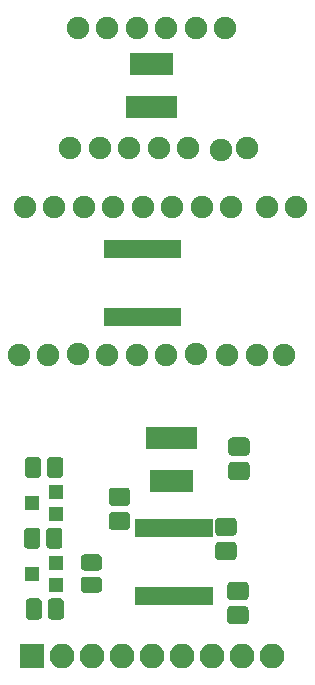
<source format=gts>
G04 #@! TF.GenerationSoftware,KiCad,Pcbnew,(5.0.0)*
G04 #@! TF.CreationDate,2019-07-31T00:08:18+03:00*
G04 #@! TF.ProjectId,ST7789_V_FCP_Board,5354373738395F565F4643505F426F61,rev?*
G04 #@! TF.SameCoordinates,Original*
G04 #@! TF.FileFunction,Soldermask,Top*
G04 #@! TF.FilePolarity,Negative*
%FSLAX46Y46*%
G04 Gerber Fmt 4.6, Leading zero omitted, Abs format (unit mm)*
G04 Created by KiCad (PCBNEW (5.0.0)) date 07/31/19 00:08:18*
%MOMM*%
%LPD*%
G01*
G04 APERTURE LIST*
%ADD10R,0.800000X1.600000*%
%ADD11R,0.700000X1.900000*%
%ADD12C,1.900000*%
%ADD13C,0.100000*%
%ADD14C,1.550000*%
%ADD15C,1.375000*%
%ADD16R,2.100000X2.100000*%
%ADD17O,2.100000X2.100000*%
%ADD18R,1.300000X1.200000*%
G04 APERTURE END LIST*
D10*
G04 #@! TO.C,IC2*
X124231500Y-65477500D03*
X123581500Y-65477500D03*
X122931500Y-65477500D03*
X122281500Y-65477500D03*
X121631500Y-65477500D03*
X120981500Y-65477500D03*
X120331500Y-65477500D03*
X119681500Y-65477500D03*
X119031500Y-65477500D03*
X118381500Y-65477500D03*
X118381500Y-71277500D03*
X119031500Y-71277500D03*
X119681500Y-71277500D03*
X120331500Y-71277500D03*
X120981500Y-71277500D03*
X121631500Y-71277500D03*
X122281500Y-71277500D03*
X122931500Y-71277500D03*
X123581500Y-71277500D03*
X124231500Y-71277500D03*
G04 #@! TD*
D11*
G04 #@! TO.C,U4*
X120295154Y-53485548D03*
X120895154Y-53485548D03*
X121495154Y-53485548D03*
X122095154Y-53485548D03*
X122695154Y-53485548D03*
X123295154Y-53485548D03*
X123895154Y-53485548D03*
X120595154Y-49835548D03*
X121195154Y-49835548D03*
X121795154Y-49835548D03*
X122395154Y-49835548D03*
X122995154Y-49835548D03*
X123595154Y-49835548D03*
G04 #@! TD*
D12*
G04 #@! TO.C,TP4*
X123356000Y-74485000D03*
G04 #@! TD*
G04 #@! TO.C,TP31*
X113856000Y-61985000D03*
G04 #@! TD*
G04 #@! TO.C,TP29*
X118856000Y-61985000D03*
G04 #@! TD*
G04 #@! TO.C,TP32*
X111356000Y-61985000D03*
G04 #@! TD*
G04 #@! TO.C,TP33*
X110856000Y-74485000D03*
G04 #@! TD*
G04 #@! TO.C,TP1*
X133356000Y-74485000D03*
G04 #@! TD*
G04 #@! TO.C,TP2*
X128468999Y-74485000D03*
G04 #@! TD*
G04 #@! TO.C,TP10*
X131856000Y-61985000D03*
G04 #@! TD*
G04 #@! TO.C,TP5*
X120856000Y-74485000D03*
G04 #@! TD*
G04 #@! TO.C,TP6*
X118356000Y-74485000D03*
G04 #@! TD*
G04 #@! TO.C,TP7*
X115856000Y-74381500D03*
G04 #@! TD*
G04 #@! TO.C,TP8*
X113356000Y-74485000D03*
G04 #@! TD*
G04 #@! TO.C,TP28*
X121356000Y-61985000D03*
G04 #@! TD*
G04 #@! TO.C,TP27*
X123856000Y-61985000D03*
G04 #@! TD*
G04 #@! TO.C,TP3*
X125856000Y-74381500D03*
G04 #@! TD*
G04 #@! TO.C,TP30*
X116356000Y-61985000D03*
G04 #@! TD*
G04 #@! TO.C,TP17*
X130219154Y-56989548D03*
G04 #@! TD*
G04 #@! TO.C,TP25*
X128856000Y-61985000D03*
G04 #@! TD*
G04 #@! TO.C,TP23*
X128338154Y-46775548D03*
G04 #@! TD*
G04 #@! TO.C,TP22*
X125838154Y-46775548D03*
G04 #@! TD*
G04 #@! TO.C,TP21*
X123338154Y-46775548D03*
G04 #@! TD*
G04 #@! TO.C,TP20*
X120838154Y-46775548D03*
G04 #@! TD*
G04 #@! TO.C,TP9*
X131018999Y-74485000D03*
G04 #@! TD*
G04 #@! TO.C,TP26*
X126356000Y-61985000D03*
G04 #@! TD*
G04 #@! TO.C,TP16*
X127978153Y-57169047D03*
G04 #@! TD*
G04 #@! TO.C,TP15*
X125219154Y-56989548D03*
G04 #@! TD*
G04 #@! TO.C,TP14*
X122719154Y-56989548D03*
G04 #@! TD*
G04 #@! TO.C,TP13*
X120219154Y-56989548D03*
G04 #@! TD*
G04 #@! TO.C,TP12*
X117719154Y-56989548D03*
G04 #@! TD*
G04 #@! TO.C,TP11*
X115219154Y-56989548D03*
G04 #@! TD*
G04 #@! TO.C,TP19*
X118338154Y-46775548D03*
G04 #@! TD*
G04 #@! TO.C,TP24*
X134356000Y-61985000D03*
G04 #@! TD*
G04 #@! TO.C,TP18*
X115838154Y-46775548D03*
G04 #@! TD*
D11*
G04 #@! TO.C,U1*
X122271000Y-85158000D03*
X122871000Y-85158000D03*
X123471000Y-85158000D03*
X124071000Y-85158000D03*
X124671000Y-85158000D03*
X125271000Y-85158000D03*
X121971000Y-81508000D03*
X122571000Y-81508000D03*
X123171000Y-81508000D03*
X123771000Y-81508000D03*
X124371000Y-81508000D03*
X124971000Y-81508000D03*
X125571000Y-81508000D03*
G04 #@! TD*
D13*
G04 #@! TO.C,C6*
G36*
X130009071Y-93696623D02*
X130041781Y-93701475D01*
X130073857Y-93709509D01*
X130104991Y-93720649D01*
X130134884Y-93734787D01*
X130163247Y-93751787D01*
X130189807Y-93771485D01*
X130214308Y-93793692D01*
X130236515Y-93818193D01*
X130256213Y-93844753D01*
X130273213Y-93873116D01*
X130287351Y-93903009D01*
X130298491Y-93934143D01*
X130306525Y-93966219D01*
X130311377Y-93998929D01*
X130313000Y-94031956D01*
X130313000Y-94908044D01*
X130311377Y-94941071D01*
X130306525Y-94973781D01*
X130298491Y-95005857D01*
X130287351Y-95036991D01*
X130273213Y-95066884D01*
X130256213Y-95095247D01*
X130236515Y-95121807D01*
X130214308Y-95146308D01*
X130189807Y-95168515D01*
X130163247Y-95188213D01*
X130134884Y-95205213D01*
X130104991Y-95219351D01*
X130073857Y-95230491D01*
X130041781Y-95238525D01*
X130009071Y-95243377D01*
X129976044Y-95245000D01*
X128849956Y-95245000D01*
X128816929Y-95243377D01*
X128784219Y-95238525D01*
X128752143Y-95230491D01*
X128721009Y-95219351D01*
X128691116Y-95205213D01*
X128662753Y-95188213D01*
X128636193Y-95168515D01*
X128611692Y-95146308D01*
X128589485Y-95121807D01*
X128569787Y-95095247D01*
X128552787Y-95066884D01*
X128538649Y-95036991D01*
X128527509Y-95005857D01*
X128519475Y-94973781D01*
X128514623Y-94941071D01*
X128513000Y-94908044D01*
X128513000Y-94031956D01*
X128514623Y-93998929D01*
X128519475Y-93966219D01*
X128527509Y-93934143D01*
X128538649Y-93903009D01*
X128552787Y-93873116D01*
X128569787Y-93844753D01*
X128589485Y-93818193D01*
X128611692Y-93793692D01*
X128636193Y-93771485D01*
X128662753Y-93751787D01*
X128691116Y-93734787D01*
X128721009Y-93720649D01*
X128752143Y-93709509D01*
X128784219Y-93701475D01*
X128816929Y-93696623D01*
X128849956Y-93695000D01*
X129976044Y-93695000D01*
X130009071Y-93696623D01*
X130009071Y-93696623D01*
G37*
D14*
X129413000Y-94470000D03*
D13*
G36*
X130009071Y-95746623D02*
X130041781Y-95751475D01*
X130073857Y-95759509D01*
X130104991Y-95770649D01*
X130134884Y-95784787D01*
X130163247Y-95801787D01*
X130189807Y-95821485D01*
X130214308Y-95843692D01*
X130236515Y-95868193D01*
X130256213Y-95894753D01*
X130273213Y-95923116D01*
X130287351Y-95953009D01*
X130298491Y-95984143D01*
X130306525Y-96016219D01*
X130311377Y-96048929D01*
X130313000Y-96081956D01*
X130313000Y-96958044D01*
X130311377Y-96991071D01*
X130306525Y-97023781D01*
X130298491Y-97055857D01*
X130287351Y-97086991D01*
X130273213Y-97116884D01*
X130256213Y-97145247D01*
X130236515Y-97171807D01*
X130214308Y-97196308D01*
X130189807Y-97218515D01*
X130163247Y-97238213D01*
X130134884Y-97255213D01*
X130104991Y-97269351D01*
X130073857Y-97280491D01*
X130041781Y-97288525D01*
X130009071Y-97293377D01*
X129976044Y-97295000D01*
X128849956Y-97295000D01*
X128816929Y-97293377D01*
X128784219Y-97288525D01*
X128752143Y-97280491D01*
X128721009Y-97269351D01*
X128691116Y-97255213D01*
X128662753Y-97238213D01*
X128636193Y-97218515D01*
X128611692Y-97196308D01*
X128589485Y-97171807D01*
X128569787Y-97145247D01*
X128552787Y-97116884D01*
X128538649Y-97086991D01*
X128527509Y-97055857D01*
X128519475Y-97023781D01*
X128514623Y-96991071D01*
X128513000Y-96958044D01*
X128513000Y-96081956D01*
X128514623Y-96048929D01*
X128519475Y-96016219D01*
X128527509Y-95984143D01*
X128538649Y-95953009D01*
X128552787Y-95923116D01*
X128569787Y-95894753D01*
X128589485Y-95868193D01*
X128611692Y-95843692D01*
X128636193Y-95821485D01*
X128662753Y-95801787D01*
X128691116Y-95784787D01*
X128721009Y-95770649D01*
X128752143Y-95759509D01*
X128784219Y-95751475D01*
X128816929Y-95746623D01*
X128849956Y-95745000D01*
X129976044Y-95745000D01*
X130009071Y-95746623D01*
X130009071Y-95746623D01*
G37*
D14*
X129413000Y-96520000D03*
G04 #@! TD*
D13*
G04 #@! TO.C,C5*
G36*
X128993071Y-88253623D02*
X129025781Y-88258475D01*
X129057857Y-88266509D01*
X129088991Y-88277649D01*
X129118884Y-88291787D01*
X129147247Y-88308787D01*
X129173807Y-88328485D01*
X129198308Y-88350692D01*
X129220515Y-88375193D01*
X129240213Y-88401753D01*
X129257213Y-88430116D01*
X129271351Y-88460009D01*
X129282491Y-88491143D01*
X129290525Y-88523219D01*
X129295377Y-88555929D01*
X129297000Y-88588956D01*
X129297000Y-89465044D01*
X129295377Y-89498071D01*
X129290525Y-89530781D01*
X129282491Y-89562857D01*
X129271351Y-89593991D01*
X129257213Y-89623884D01*
X129240213Y-89652247D01*
X129220515Y-89678807D01*
X129198308Y-89703308D01*
X129173807Y-89725515D01*
X129147247Y-89745213D01*
X129118884Y-89762213D01*
X129088991Y-89776351D01*
X129057857Y-89787491D01*
X129025781Y-89795525D01*
X128993071Y-89800377D01*
X128960044Y-89802000D01*
X127833956Y-89802000D01*
X127800929Y-89800377D01*
X127768219Y-89795525D01*
X127736143Y-89787491D01*
X127705009Y-89776351D01*
X127675116Y-89762213D01*
X127646753Y-89745213D01*
X127620193Y-89725515D01*
X127595692Y-89703308D01*
X127573485Y-89678807D01*
X127553787Y-89652247D01*
X127536787Y-89623884D01*
X127522649Y-89593991D01*
X127511509Y-89562857D01*
X127503475Y-89530781D01*
X127498623Y-89498071D01*
X127497000Y-89465044D01*
X127497000Y-88588956D01*
X127498623Y-88555929D01*
X127503475Y-88523219D01*
X127511509Y-88491143D01*
X127522649Y-88460009D01*
X127536787Y-88430116D01*
X127553787Y-88401753D01*
X127573485Y-88375193D01*
X127595692Y-88350692D01*
X127620193Y-88328485D01*
X127646753Y-88308787D01*
X127675116Y-88291787D01*
X127705009Y-88277649D01*
X127736143Y-88266509D01*
X127768219Y-88258475D01*
X127800929Y-88253623D01*
X127833956Y-88252000D01*
X128960044Y-88252000D01*
X128993071Y-88253623D01*
X128993071Y-88253623D01*
G37*
D14*
X128397000Y-89027000D03*
D13*
G36*
X128993071Y-90303623D02*
X129025781Y-90308475D01*
X129057857Y-90316509D01*
X129088991Y-90327649D01*
X129118884Y-90341787D01*
X129147247Y-90358787D01*
X129173807Y-90378485D01*
X129198308Y-90400692D01*
X129220515Y-90425193D01*
X129240213Y-90451753D01*
X129257213Y-90480116D01*
X129271351Y-90510009D01*
X129282491Y-90541143D01*
X129290525Y-90573219D01*
X129295377Y-90605929D01*
X129297000Y-90638956D01*
X129297000Y-91515044D01*
X129295377Y-91548071D01*
X129290525Y-91580781D01*
X129282491Y-91612857D01*
X129271351Y-91643991D01*
X129257213Y-91673884D01*
X129240213Y-91702247D01*
X129220515Y-91728807D01*
X129198308Y-91753308D01*
X129173807Y-91775515D01*
X129147247Y-91795213D01*
X129118884Y-91812213D01*
X129088991Y-91826351D01*
X129057857Y-91837491D01*
X129025781Y-91845525D01*
X128993071Y-91850377D01*
X128960044Y-91852000D01*
X127833956Y-91852000D01*
X127800929Y-91850377D01*
X127768219Y-91845525D01*
X127736143Y-91837491D01*
X127705009Y-91826351D01*
X127675116Y-91812213D01*
X127646753Y-91795213D01*
X127620193Y-91775515D01*
X127595692Y-91753308D01*
X127573485Y-91728807D01*
X127553787Y-91702247D01*
X127536787Y-91673884D01*
X127522649Y-91643991D01*
X127511509Y-91612857D01*
X127503475Y-91580781D01*
X127498623Y-91548071D01*
X127497000Y-91515044D01*
X127497000Y-90638956D01*
X127498623Y-90605929D01*
X127503475Y-90573219D01*
X127511509Y-90541143D01*
X127522649Y-90510009D01*
X127536787Y-90480116D01*
X127553787Y-90451753D01*
X127573485Y-90425193D01*
X127595692Y-90400692D01*
X127620193Y-90378485D01*
X127646753Y-90358787D01*
X127675116Y-90341787D01*
X127705009Y-90327649D01*
X127736143Y-90316509D01*
X127768219Y-90308475D01*
X127800929Y-90303623D01*
X127833956Y-90302000D01*
X128960044Y-90302000D01*
X128993071Y-90303623D01*
X128993071Y-90303623D01*
G37*
D14*
X128397000Y-91077000D03*
G04 #@! TD*
D13*
G04 #@! TO.C,R2*
G36*
X119976071Y-85713623D02*
X120008781Y-85718475D01*
X120040857Y-85726509D01*
X120071991Y-85737649D01*
X120101884Y-85751787D01*
X120130247Y-85768787D01*
X120156807Y-85788485D01*
X120181308Y-85810692D01*
X120203515Y-85835193D01*
X120223213Y-85861753D01*
X120240213Y-85890116D01*
X120254351Y-85920009D01*
X120265491Y-85951143D01*
X120273525Y-85983219D01*
X120278377Y-86015929D01*
X120280000Y-86048956D01*
X120280000Y-86925044D01*
X120278377Y-86958071D01*
X120273525Y-86990781D01*
X120265491Y-87022857D01*
X120254351Y-87053991D01*
X120240213Y-87083884D01*
X120223213Y-87112247D01*
X120203515Y-87138807D01*
X120181308Y-87163308D01*
X120156807Y-87185515D01*
X120130247Y-87205213D01*
X120101884Y-87222213D01*
X120071991Y-87236351D01*
X120040857Y-87247491D01*
X120008781Y-87255525D01*
X119976071Y-87260377D01*
X119943044Y-87262000D01*
X118816956Y-87262000D01*
X118783929Y-87260377D01*
X118751219Y-87255525D01*
X118719143Y-87247491D01*
X118688009Y-87236351D01*
X118658116Y-87222213D01*
X118629753Y-87205213D01*
X118603193Y-87185515D01*
X118578692Y-87163308D01*
X118556485Y-87138807D01*
X118536787Y-87112247D01*
X118519787Y-87083884D01*
X118505649Y-87053991D01*
X118494509Y-87022857D01*
X118486475Y-86990781D01*
X118481623Y-86958071D01*
X118480000Y-86925044D01*
X118480000Y-86048956D01*
X118481623Y-86015929D01*
X118486475Y-85983219D01*
X118494509Y-85951143D01*
X118505649Y-85920009D01*
X118519787Y-85890116D01*
X118536787Y-85861753D01*
X118556485Y-85835193D01*
X118578692Y-85810692D01*
X118603193Y-85788485D01*
X118629753Y-85768787D01*
X118658116Y-85751787D01*
X118688009Y-85737649D01*
X118719143Y-85726509D01*
X118751219Y-85718475D01*
X118783929Y-85713623D01*
X118816956Y-85712000D01*
X119943044Y-85712000D01*
X119976071Y-85713623D01*
X119976071Y-85713623D01*
G37*
D14*
X119380000Y-86487000D03*
D13*
G36*
X119976071Y-87763623D02*
X120008781Y-87768475D01*
X120040857Y-87776509D01*
X120071991Y-87787649D01*
X120101884Y-87801787D01*
X120130247Y-87818787D01*
X120156807Y-87838485D01*
X120181308Y-87860692D01*
X120203515Y-87885193D01*
X120223213Y-87911753D01*
X120240213Y-87940116D01*
X120254351Y-87970009D01*
X120265491Y-88001143D01*
X120273525Y-88033219D01*
X120278377Y-88065929D01*
X120280000Y-88098956D01*
X120280000Y-88975044D01*
X120278377Y-89008071D01*
X120273525Y-89040781D01*
X120265491Y-89072857D01*
X120254351Y-89103991D01*
X120240213Y-89133884D01*
X120223213Y-89162247D01*
X120203515Y-89188807D01*
X120181308Y-89213308D01*
X120156807Y-89235515D01*
X120130247Y-89255213D01*
X120101884Y-89272213D01*
X120071991Y-89286351D01*
X120040857Y-89297491D01*
X120008781Y-89305525D01*
X119976071Y-89310377D01*
X119943044Y-89312000D01*
X118816956Y-89312000D01*
X118783929Y-89310377D01*
X118751219Y-89305525D01*
X118719143Y-89297491D01*
X118688009Y-89286351D01*
X118658116Y-89272213D01*
X118629753Y-89255213D01*
X118603193Y-89235515D01*
X118578692Y-89213308D01*
X118556485Y-89188807D01*
X118536787Y-89162247D01*
X118519787Y-89133884D01*
X118505649Y-89103991D01*
X118494509Y-89072857D01*
X118486475Y-89040781D01*
X118481623Y-89008071D01*
X118480000Y-88975044D01*
X118480000Y-88098956D01*
X118481623Y-88065929D01*
X118486475Y-88033219D01*
X118494509Y-88001143D01*
X118505649Y-87970009D01*
X118519787Y-87940116D01*
X118536787Y-87911753D01*
X118556485Y-87885193D01*
X118578692Y-87860692D01*
X118603193Y-87838485D01*
X118629753Y-87818787D01*
X118658116Y-87801787D01*
X118688009Y-87787649D01*
X118719143Y-87776509D01*
X118751219Y-87768475D01*
X118783929Y-87763623D01*
X118816956Y-87762000D01*
X119943044Y-87762000D01*
X119976071Y-87763623D01*
X119976071Y-87763623D01*
G37*
D14*
X119380000Y-88537000D03*
G04 #@! TD*
D10*
G04 #@! TO.C,IC1*
X126925000Y-89100000D03*
X126275000Y-89100000D03*
X125625000Y-89100000D03*
X124975000Y-89100000D03*
X124325000Y-89100000D03*
X123675000Y-89100000D03*
X123025000Y-89100000D03*
X122375000Y-89100000D03*
X121725000Y-89100000D03*
X121075000Y-89100000D03*
X121075000Y-94900000D03*
X121725000Y-94900000D03*
X122375000Y-94900000D03*
X123025000Y-94900000D03*
X123675000Y-94900000D03*
X124325000Y-94900000D03*
X124975000Y-94900000D03*
X125625000Y-94900000D03*
X126275000Y-94900000D03*
X126925000Y-94900000D03*
G04 #@! TD*
D13*
G04 #@! TO.C,R1*
G36*
X130096071Y-81476623D02*
X130128781Y-81481475D01*
X130160857Y-81489509D01*
X130191991Y-81500649D01*
X130221884Y-81514787D01*
X130250247Y-81531787D01*
X130276807Y-81551485D01*
X130301308Y-81573692D01*
X130323515Y-81598193D01*
X130343213Y-81624753D01*
X130360213Y-81653116D01*
X130374351Y-81683009D01*
X130385491Y-81714143D01*
X130393525Y-81746219D01*
X130398377Y-81778929D01*
X130400000Y-81811956D01*
X130400000Y-82688044D01*
X130398377Y-82721071D01*
X130393525Y-82753781D01*
X130385491Y-82785857D01*
X130374351Y-82816991D01*
X130360213Y-82846884D01*
X130343213Y-82875247D01*
X130323515Y-82901807D01*
X130301308Y-82926308D01*
X130276807Y-82948515D01*
X130250247Y-82968213D01*
X130221884Y-82985213D01*
X130191991Y-82999351D01*
X130160857Y-83010491D01*
X130128781Y-83018525D01*
X130096071Y-83023377D01*
X130063044Y-83025000D01*
X128936956Y-83025000D01*
X128903929Y-83023377D01*
X128871219Y-83018525D01*
X128839143Y-83010491D01*
X128808009Y-82999351D01*
X128778116Y-82985213D01*
X128749753Y-82968213D01*
X128723193Y-82948515D01*
X128698692Y-82926308D01*
X128676485Y-82901807D01*
X128656787Y-82875247D01*
X128639787Y-82846884D01*
X128625649Y-82816991D01*
X128614509Y-82785857D01*
X128606475Y-82753781D01*
X128601623Y-82721071D01*
X128600000Y-82688044D01*
X128600000Y-81811956D01*
X128601623Y-81778929D01*
X128606475Y-81746219D01*
X128614509Y-81714143D01*
X128625649Y-81683009D01*
X128639787Y-81653116D01*
X128656787Y-81624753D01*
X128676485Y-81598193D01*
X128698692Y-81573692D01*
X128723193Y-81551485D01*
X128749753Y-81531787D01*
X128778116Y-81514787D01*
X128808009Y-81500649D01*
X128839143Y-81489509D01*
X128871219Y-81481475D01*
X128903929Y-81476623D01*
X128936956Y-81475000D01*
X130063044Y-81475000D01*
X130096071Y-81476623D01*
X130096071Y-81476623D01*
G37*
D14*
X129500000Y-82250000D03*
D13*
G36*
X130096071Y-83526623D02*
X130128781Y-83531475D01*
X130160857Y-83539509D01*
X130191991Y-83550649D01*
X130221884Y-83564787D01*
X130250247Y-83581787D01*
X130276807Y-83601485D01*
X130301308Y-83623692D01*
X130323515Y-83648193D01*
X130343213Y-83674753D01*
X130360213Y-83703116D01*
X130374351Y-83733009D01*
X130385491Y-83764143D01*
X130393525Y-83796219D01*
X130398377Y-83828929D01*
X130400000Y-83861956D01*
X130400000Y-84738044D01*
X130398377Y-84771071D01*
X130393525Y-84803781D01*
X130385491Y-84835857D01*
X130374351Y-84866991D01*
X130360213Y-84896884D01*
X130343213Y-84925247D01*
X130323515Y-84951807D01*
X130301308Y-84976308D01*
X130276807Y-84998515D01*
X130250247Y-85018213D01*
X130221884Y-85035213D01*
X130191991Y-85049351D01*
X130160857Y-85060491D01*
X130128781Y-85068525D01*
X130096071Y-85073377D01*
X130063044Y-85075000D01*
X128936956Y-85075000D01*
X128903929Y-85073377D01*
X128871219Y-85068525D01*
X128839143Y-85060491D01*
X128808009Y-85049351D01*
X128778116Y-85035213D01*
X128749753Y-85018213D01*
X128723193Y-84998515D01*
X128698692Y-84976308D01*
X128676485Y-84951807D01*
X128656787Y-84925247D01*
X128639787Y-84896884D01*
X128625649Y-84866991D01*
X128614509Y-84835857D01*
X128606475Y-84803781D01*
X128601623Y-84771071D01*
X128600000Y-84738044D01*
X128600000Y-83861956D01*
X128601623Y-83828929D01*
X128606475Y-83796219D01*
X128614509Y-83764143D01*
X128625649Y-83733009D01*
X128639787Y-83703116D01*
X128656787Y-83674753D01*
X128676485Y-83648193D01*
X128698692Y-83623692D01*
X128723193Y-83601485D01*
X128749753Y-83581787D01*
X128778116Y-83564787D01*
X128808009Y-83550649D01*
X128839143Y-83539509D01*
X128871219Y-83531475D01*
X128903929Y-83526623D01*
X128936956Y-83525000D01*
X130063044Y-83525000D01*
X130096071Y-83526623D01*
X130096071Y-83526623D01*
G37*
D14*
X129500000Y-84300000D03*
G04 #@! TD*
D13*
G04 #@! TO.C,C4*
G36*
X112439943Y-83101655D02*
X112473312Y-83106605D01*
X112506035Y-83114802D01*
X112537797Y-83126166D01*
X112568293Y-83140590D01*
X112597227Y-83157932D01*
X112624323Y-83178028D01*
X112649318Y-83200682D01*
X112671972Y-83225677D01*
X112692068Y-83252773D01*
X112709410Y-83281707D01*
X112723834Y-83312203D01*
X112735198Y-83343965D01*
X112743395Y-83376688D01*
X112748345Y-83410057D01*
X112750000Y-83443750D01*
X112750000Y-84556250D01*
X112748345Y-84589943D01*
X112743395Y-84623312D01*
X112735198Y-84656035D01*
X112723834Y-84687797D01*
X112709410Y-84718293D01*
X112692068Y-84747227D01*
X112671972Y-84774323D01*
X112649318Y-84799318D01*
X112624323Y-84821972D01*
X112597227Y-84842068D01*
X112568293Y-84859410D01*
X112537797Y-84873834D01*
X112506035Y-84885198D01*
X112473312Y-84893395D01*
X112439943Y-84898345D01*
X112406250Y-84900000D01*
X111718750Y-84900000D01*
X111685057Y-84898345D01*
X111651688Y-84893395D01*
X111618965Y-84885198D01*
X111587203Y-84873834D01*
X111556707Y-84859410D01*
X111527773Y-84842068D01*
X111500677Y-84821972D01*
X111475682Y-84799318D01*
X111453028Y-84774323D01*
X111432932Y-84747227D01*
X111415590Y-84718293D01*
X111401166Y-84687797D01*
X111389802Y-84656035D01*
X111381605Y-84623312D01*
X111376655Y-84589943D01*
X111375000Y-84556250D01*
X111375000Y-83443750D01*
X111376655Y-83410057D01*
X111381605Y-83376688D01*
X111389802Y-83343965D01*
X111401166Y-83312203D01*
X111415590Y-83281707D01*
X111432932Y-83252773D01*
X111453028Y-83225677D01*
X111475682Y-83200682D01*
X111500677Y-83178028D01*
X111527773Y-83157932D01*
X111556707Y-83140590D01*
X111587203Y-83126166D01*
X111618965Y-83114802D01*
X111651688Y-83106605D01*
X111685057Y-83101655D01*
X111718750Y-83100000D01*
X112406250Y-83100000D01*
X112439943Y-83101655D01*
X112439943Y-83101655D01*
G37*
D15*
X112062500Y-84000000D03*
D13*
G36*
X114314943Y-83101655D02*
X114348312Y-83106605D01*
X114381035Y-83114802D01*
X114412797Y-83126166D01*
X114443293Y-83140590D01*
X114472227Y-83157932D01*
X114499323Y-83178028D01*
X114524318Y-83200682D01*
X114546972Y-83225677D01*
X114567068Y-83252773D01*
X114584410Y-83281707D01*
X114598834Y-83312203D01*
X114610198Y-83343965D01*
X114618395Y-83376688D01*
X114623345Y-83410057D01*
X114625000Y-83443750D01*
X114625000Y-84556250D01*
X114623345Y-84589943D01*
X114618395Y-84623312D01*
X114610198Y-84656035D01*
X114598834Y-84687797D01*
X114584410Y-84718293D01*
X114567068Y-84747227D01*
X114546972Y-84774323D01*
X114524318Y-84799318D01*
X114499323Y-84821972D01*
X114472227Y-84842068D01*
X114443293Y-84859410D01*
X114412797Y-84873834D01*
X114381035Y-84885198D01*
X114348312Y-84893395D01*
X114314943Y-84898345D01*
X114281250Y-84900000D01*
X113593750Y-84900000D01*
X113560057Y-84898345D01*
X113526688Y-84893395D01*
X113493965Y-84885198D01*
X113462203Y-84873834D01*
X113431707Y-84859410D01*
X113402773Y-84842068D01*
X113375677Y-84821972D01*
X113350682Y-84799318D01*
X113328028Y-84774323D01*
X113307932Y-84747227D01*
X113290590Y-84718293D01*
X113276166Y-84687797D01*
X113264802Y-84656035D01*
X113256605Y-84623312D01*
X113251655Y-84589943D01*
X113250000Y-84556250D01*
X113250000Y-83443750D01*
X113251655Y-83410057D01*
X113256605Y-83376688D01*
X113264802Y-83343965D01*
X113276166Y-83312203D01*
X113290590Y-83281707D01*
X113307932Y-83252773D01*
X113328028Y-83225677D01*
X113350682Y-83200682D01*
X113375677Y-83178028D01*
X113402773Y-83157932D01*
X113431707Y-83140590D01*
X113462203Y-83126166D01*
X113493965Y-83114802D01*
X113526688Y-83106605D01*
X113560057Y-83101655D01*
X113593750Y-83100000D01*
X114281250Y-83100000D01*
X114314943Y-83101655D01*
X114314943Y-83101655D01*
G37*
D15*
X113937500Y-84000000D03*
G04 #@! TD*
D13*
G04 #@! TO.C,C3*
G36*
X112372443Y-89101655D02*
X112405812Y-89106605D01*
X112438535Y-89114802D01*
X112470297Y-89126166D01*
X112500793Y-89140590D01*
X112529727Y-89157932D01*
X112556823Y-89178028D01*
X112581818Y-89200682D01*
X112604472Y-89225677D01*
X112624568Y-89252773D01*
X112641910Y-89281707D01*
X112656334Y-89312203D01*
X112667698Y-89343965D01*
X112675895Y-89376688D01*
X112680845Y-89410057D01*
X112682500Y-89443750D01*
X112682500Y-90556250D01*
X112680845Y-90589943D01*
X112675895Y-90623312D01*
X112667698Y-90656035D01*
X112656334Y-90687797D01*
X112641910Y-90718293D01*
X112624568Y-90747227D01*
X112604472Y-90774323D01*
X112581818Y-90799318D01*
X112556823Y-90821972D01*
X112529727Y-90842068D01*
X112500793Y-90859410D01*
X112470297Y-90873834D01*
X112438535Y-90885198D01*
X112405812Y-90893395D01*
X112372443Y-90898345D01*
X112338750Y-90900000D01*
X111651250Y-90900000D01*
X111617557Y-90898345D01*
X111584188Y-90893395D01*
X111551465Y-90885198D01*
X111519703Y-90873834D01*
X111489207Y-90859410D01*
X111460273Y-90842068D01*
X111433177Y-90821972D01*
X111408182Y-90799318D01*
X111385528Y-90774323D01*
X111365432Y-90747227D01*
X111348090Y-90718293D01*
X111333666Y-90687797D01*
X111322302Y-90656035D01*
X111314105Y-90623312D01*
X111309155Y-90589943D01*
X111307500Y-90556250D01*
X111307500Y-89443750D01*
X111309155Y-89410057D01*
X111314105Y-89376688D01*
X111322302Y-89343965D01*
X111333666Y-89312203D01*
X111348090Y-89281707D01*
X111365432Y-89252773D01*
X111385528Y-89225677D01*
X111408182Y-89200682D01*
X111433177Y-89178028D01*
X111460273Y-89157932D01*
X111489207Y-89140590D01*
X111519703Y-89126166D01*
X111551465Y-89114802D01*
X111584188Y-89106605D01*
X111617557Y-89101655D01*
X111651250Y-89100000D01*
X112338750Y-89100000D01*
X112372443Y-89101655D01*
X112372443Y-89101655D01*
G37*
D15*
X111995000Y-90000000D03*
D13*
G36*
X114247443Y-89101655D02*
X114280812Y-89106605D01*
X114313535Y-89114802D01*
X114345297Y-89126166D01*
X114375793Y-89140590D01*
X114404727Y-89157932D01*
X114431823Y-89178028D01*
X114456818Y-89200682D01*
X114479472Y-89225677D01*
X114499568Y-89252773D01*
X114516910Y-89281707D01*
X114531334Y-89312203D01*
X114542698Y-89343965D01*
X114550895Y-89376688D01*
X114555845Y-89410057D01*
X114557500Y-89443750D01*
X114557500Y-90556250D01*
X114555845Y-90589943D01*
X114550895Y-90623312D01*
X114542698Y-90656035D01*
X114531334Y-90687797D01*
X114516910Y-90718293D01*
X114499568Y-90747227D01*
X114479472Y-90774323D01*
X114456818Y-90799318D01*
X114431823Y-90821972D01*
X114404727Y-90842068D01*
X114375793Y-90859410D01*
X114345297Y-90873834D01*
X114313535Y-90885198D01*
X114280812Y-90893395D01*
X114247443Y-90898345D01*
X114213750Y-90900000D01*
X113526250Y-90900000D01*
X113492557Y-90898345D01*
X113459188Y-90893395D01*
X113426465Y-90885198D01*
X113394703Y-90873834D01*
X113364207Y-90859410D01*
X113335273Y-90842068D01*
X113308177Y-90821972D01*
X113283182Y-90799318D01*
X113260528Y-90774323D01*
X113240432Y-90747227D01*
X113223090Y-90718293D01*
X113208666Y-90687797D01*
X113197302Y-90656035D01*
X113189105Y-90623312D01*
X113184155Y-90589943D01*
X113182500Y-90556250D01*
X113182500Y-89443750D01*
X113184155Y-89410057D01*
X113189105Y-89376688D01*
X113197302Y-89343965D01*
X113208666Y-89312203D01*
X113223090Y-89281707D01*
X113240432Y-89252773D01*
X113260528Y-89225677D01*
X113283182Y-89200682D01*
X113308177Y-89178028D01*
X113335273Y-89157932D01*
X113364207Y-89140590D01*
X113394703Y-89126166D01*
X113426465Y-89114802D01*
X113459188Y-89106605D01*
X113492557Y-89101655D01*
X113526250Y-89100000D01*
X114213750Y-89100000D01*
X114247443Y-89101655D01*
X114247443Y-89101655D01*
G37*
D15*
X113870000Y-90000000D03*
G04 #@! TD*
D13*
G04 #@! TO.C,C2*
G36*
X117589943Y-93251655D02*
X117623312Y-93256605D01*
X117656035Y-93264802D01*
X117687797Y-93276166D01*
X117718293Y-93290590D01*
X117747227Y-93307932D01*
X117774323Y-93328028D01*
X117799318Y-93350682D01*
X117821972Y-93375677D01*
X117842068Y-93402773D01*
X117859410Y-93431707D01*
X117873834Y-93462203D01*
X117885198Y-93493965D01*
X117893395Y-93526688D01*
X117898345Y-93560057D01*
X117900000Y-93593750D01*
X117900000Y-94281250D01*
X117898345Y-94314943D01*
X117893395Y-94348312D01*
X117885198Y-94381035D01*
X117873834Y-94412797D01*
X117859410Y-94443293D01*
X117842068Y-94472227D01*
X117821972Y-94499323D01*
X117799318Y-94524318D01*
X117774323Y-94546972D01*
X117747227Y-94567068D01*
X117718293Y-94584410D01*
X117687797Y-94598834D01*
X117656035Y-94610198D01*
X117623312Y-94618395D01*
X117589943Y-94623345D01*
X117556250Y-94625000D01*
X116443750Y-94625000D01*
X116410057Y-94623345D01*
X116376688Y-94618395D01*
X116343965Y-94610198D01*
X116312203Y-94598834D01*
X116281707Y-94584410D01*
X116252773Y-94567068D01*
X116225677Y-94546972D01*
X116200682Y-94524318D01*
X116178028Y-94499323D01*
X116157932Y-94472227D01*
X116140590Y-94443293D01*
X116126166Y-94412797D01*
X116114802Y-94381035D01*
X116106605Y-94348312D01*
X116101655Y-94314943D01*
X116100000Y-94281250D01*
X116100000Y-93593750D01*
X116101655Y-93560057D01*
X116106605Y-93526688D01*
X116114802Y-93493965D01*
X116126166Y-93462203D01*
X116140590Y-93431707D01*
X116157932Y-93402773D01*
X116178028Y-93375677D01*
X116200682Y-93350682D01*
X116225677Y-93328028D01*
X116252773Y-93307932D01*
X116281707Y-93290590D01*
X116312203Y-93276166D01*
X116343965Y-93264802D01*
X116376688Y-93256605D01*
X116410057Y-93251655D01*
X116443750Y-93250000D01*
X117556250Y-93250000D01*
X117589943Y-93251655D01*
X117589943Y-93251655D01*
G37*
D15*
X117000000Y-93937500D03*
D13*
G36*
X117589943Y-91376655D02*
X117623312Y-91381605D01*
X117656035Y-91389802D01*
X117687797Y-91401166D01*
X117718293Y-91415590D01*
X117747227Y-91432932D01*
X117774323Y-91453028D01*
X117799318Y-91475682D01*
X117821972Y-91500677D01*
X117842068Y-91527773D01*
X117859410Y-91556707D01*
X117873834Y-91587203D01*
X117885198Y-91618965D01*
X117893395Y-91651688D01*
X117898345Y-91685057D01*
X117900000Y-91718750D01*
X117900000Y-92406250D01*
X117898345Y-92439943D01*
X117893395Y-92473312D01*
X117885198Y-92506035D01*
X117873834Y-92537797D01*
X117859410Y-92568293D01*
X117842068Y-92597227D01*
X117821972Y-92624323D01*
X117799318Y-92649318D01*
X117774323Y-92671972D01*
X117747227Y-92692068D01*
X117718293Y-92709410D01*
X117687797Y-92723834D01*
X117656035Y-92735198D01*
X117623312Y-92743395D01*
X117589943Y-92748345D01*
X117556250Y-92750000D01*
X116443750Y-92750000D01*
X116410057Y-92748345D01*
X116376688Y-92743395D01*
X116343965Y-92735198D01*
X116312203Y-92723834D01*
X116281707Y-92709410D01*
X116252773Y-92692068D01*
X116225677Y-92671972D01*
X116200682Y-92649318D01*
X116178028Y-92624323D01*
X116157932Y-92597227D01*
X116140590Y-92568293D01*
X116126166Y-92537797D01*
X116114802Y-92506035D01*
X116106605Y-92473312D01*
X116101655Y-92439943D01*
X116100000Y-92406250D01*
X116100000Y-91718750D01*
X116101655Y-91685057D01*
X116106605Y-91651688D01*
X116114802Y-91618965D01*
X116126166Y-91587203D01*
X116140590Y-91556707D01*
X116157932Y-91527773D01*
X116178028Y-91500677D01*
X116200682Y-91475682D01*
X116225677Y-91453028D01*
X116252773Y-91432932D01*
X116281707Y-91415590D01*
X116312203Y-91401166D01*
X116343965Y-91389802D01*
X116376688Y-91381605D01*
X116410057Y-91376655D01*
X116443750Y-91375000D01*
X117556250Y-91375000D01*
X117589943Y-91376655D01*
X117589943Y-91376655D01*
G37*
D15*
X117000000Y-92062500D03*
G04 #@! TD*
D13*
G04 #@! TO.C,C1*
G36*
X112502443Y-95101655D02*
X112535812Y-95106605D01*
X112568535Y-95114802D01*
X112600297Y-95126166D01*
X112630793Y-95140590D01*
X112659727Y-95157932D01*
X112686823Y-95178028D01*
X112711818Y-95200682D01*
X112734472Y-95225677D01*
X112754568Y-95252773D01*
X112771910Y-95281707D01*
X112786334Y-95312203D01*
X112797698Y-95343965D01*
X112805895Y-95376688D01*
X112810845Y-95410057D01*
X112812500Y-95443750D01*
X112812500Y-96556250D01*
X112810845Y-96589943D01*
X112805895Y-96623312D01*
X112797698Y-96656035D01*
X112786334Y-96687797D01*
X112771910Y-96718293D01*
X112754568Y-96747227D01*
X112734472Y-96774323D01*
X112711818Y-96799318D01*
X112686823Y-96821972D01*
X112659727Y-96842068D01*
X112630793Y-96859410D01*
X112600297Y-96873834D01*
X112568535Y-96885198D01*
X112535812Y-96893395D01*
X112502443Y-96898345D01*
X112468750Y-96900000D01*
X111781250Y-96900000D01*
X111747557Y-96898345D01*
X111714188Y-96893395D01*
X111681465Y-96885198D01*
X111649703Y-96873834D01*
X111619207Y-96859410D01*
X111590273Y-96842068D01*
X111563177Y-96821972D01*
X111538182Y-96799318D01*
X111515528Y-96774323D01*
X111495432Y-96747227D01*
X111478090Y-96718293D01*
X111463666Y-96687797D01*
X111452302Y-96656035D01*
X111444105Y-96623312D01*
X111439155Y-96589943D01*
X111437500Y-96556250D01*
X111437500Y-95443750D01*
X111439155Y-95410057D01*
X111444105Y-95376688D01*
X111452302Y-95343965D01*
X111463666Y-95312203D01*
X111478090Y-95281707D01*
X111495432Y-95252773D01*
X111515528Y-95225677D01*
X111538182Y-95200682D01*
X111563177Y-95178028D01*
X111590273Y-95157932D01*
X111619207Y-95140590D01*
X111649703Y-95126166D01*
X111681465Y-95114802D01*
X111714188Y-95106605D01*
X111747557Y-95101655D01*
X111781250Y-95100000D01*
X112468750Y-95100000D01*
X112502443Y-95101655D01*
X112502443Y-95101655D01*
G37*
D15*
X112125000Y-96000000D03*
D13*
G36*
X114377443Y-95101655D02*
X114410812Y-95106605D01*
X114443535Y-95114802D01*
X114475297Y-95126166D01*
X114505793Y-95140590D01*
X114534727Y-95157932D01*
X114561823Y-95178028D01*
X114586818Y-95200682D01*
X114609472Y-95225677D01*
X114629568Y-95252773D01*
X114646910Y-95281707D01*
X114661334Y-95312203D01*
X114672698Y-95343965D01*
X114680895Y-95376688D01*
X114685845Y-95410057D01*
X114687500Y-95443750D01*
X114687500Y-96556250D01*
X114685845Y-96589943D01*
X114680895Y-96623312D01*
X114672698Y-96656035D01*
X114661334Y-96687797D01*
X114646910Y-96718293D01*
X114629568Y-96747227D01*
X114609472Y-96774323D01*
X114586818Y-96799318D01*
X114561823Y-96821972D01*
X114534727Y-96842068D01*
X114505793Y-96859410D01*
X114475297Y-96873834D01*
X114443535Y-96885198D01*
X114410812Y-96893395D01*
X114377443Y-96898345D01*
X114343750Y-96900000D01*
X113656250Y-96900000D01*
X113622557Y-96898345D01*
X113589188Y-96893395D01*
X113556465Y-96885198D01*
X113524703Y-96873834D01*
X113494207Y-96859410D01*
X113465273Y-96842068D01*
X113438177Y-96821972D01*
X113413182Y-96799318D01*
X113390528Y-96774323D01*
X113370432Y-96747227D01*
X113353090Y-96718293D01*
X113338666Y-96687797D01*
X113327302Y-96656035D01*
X113319105Y-96623312D01*
X113314155Y-96589943D01*
X113312500Y-96556250D01*
X113312500Y-95443750D01*
X113314155Y-95410057D01*
X113319105Y-95376688D01*
X113327302Y-95343965D01*
X113338666Y-95312203D01*
X113353090Y-95281707D01*
X113370432Y-95252773D01*
X113390528Y-95225677D01*
X113413182Y-95200682D01*
X113438177Y-95178028D01*
X113465273Y-95157932D01*
X113494207Y-95140590D01*
X113524703Y-95126166D01*
X113556465Y-95114802D01*
X113589188Y-95106605D01*
X113622557Y-95101655D01*
X113656250Y-95100000D01*
X114343750Y-95100000D01*
X114377443Y-95101655D01*
X114377443Y-95101655D01*
G37*
D15*
X114000000Y-96000000D03*
G04 #@! TD*
D16*
G04 #@! TO.C,J1*
X112000000Y-100000000D03*
D17*
X114540000Y-100000000D03*
X117080000Y-100000000D03*
X119620000Y-100000000D03*
X122160000Y-100000000D03*
X124700000Y-100000000D03*
X127240000Y-100000000D03*
X129780000Y-100000000D03*
X132320000Y-100000000D03*
G04 #@! TD*
D18*
G04 #@! TO.C,U3*
X112000000Y-87000000D03*
X114000000Y-86050000D03*
X114000000Y-87950000D03*
G04 #@! TD*
G04 #@! TO.C,U2*
X114000000Y-94000000D03*
X114000000Y-92100000D03*
X112000000Y-93050000D03*
G04 #@! TD*
M02*

</source>
